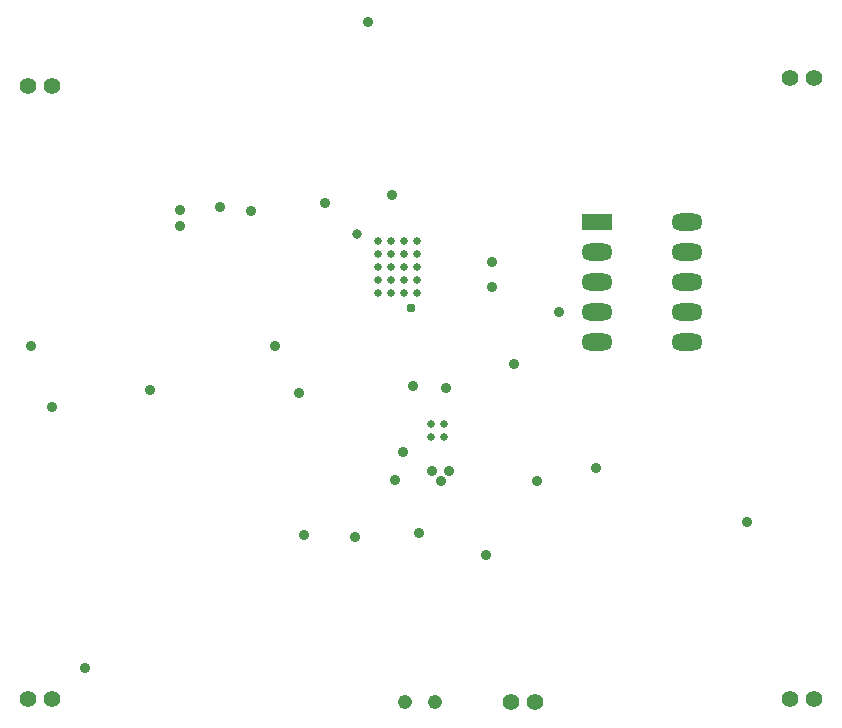
<source format=gbs>
G04 Layer_Color=16711935*
%FSLAX25Y25*%
%MOIN*%
G70*
G01*
G75*
%ADD64C,0.04757*%
%ADD65C,0.05600*%
%ADD66R,0.10443X0.05718*%
%ADD67O,0.10443X0.05718*%
%ADD68C,0.03600*%
%ADD69C,0.02569*%
%ADD70C,0.03200*%
%ADD71C,0.03100*%
D64*
X406000Y227000D02*
D03*
X396000D02*
D03*
D65*
X270626Y228000D02*
D03*
X278500D02*
D03*
X524500D02*
D03*
X532374D02*
D03*
X431500Y227000D02*
D03*
X439374D02*
D03*
X270626Y432500D02*
D03*
X278500D02*
D03*
X524500Y435000D02*
D03*
X532374D02*
D03*
D66*
X460000Y387000D02*
D03*
D67*
Y377000D02*
D03*
Y367000D02*
D03*
Y357000D02*
D03*
Y347000D02*
D03*
X490000Y387000D02*
D03*
Y377000D02*
D03*
Y367000D02*
D03*
Y357000D02*
D03*
Y347000D02*
D03*
D68*
X289500Y238500D02*
D03*
X362500Y282800D02*
D03*
X383865Y453665D02*
D03*
X321200Y391000D02*
D03*
X409953Y331800D02*
D03*
X432600Y339900D02*
D03*
X405200Y304000D02*
D03*
X392700Y301000D02*
D03*
X459700Y305200D02*
D03*
X395400Y310400D02*
D03*
X423200Y276000D02*
D03*
X407984Y300800D02*
D03*
X425300Y373800D02*
D03*
X440100Y300800D02*
D03*
X321200Y385800D02*
D03*
X391800Y396200D02*
D03*
X425300Y365500D02*
D03*
X271500Y345900D02*
D03*
X352900D02*
D03*
X379432Y282032D02*
D03*
X311000Y331000D02*
D03*
X369600Y393500D02*
D03*
X278600Y325500D02*
D03*
X360700Y330000D02*
D03*
X447479Y357000D02*
D03*
X400900Y283500D02*
D03*
X410700Y304000D02*
D03*
X344900Y390800D02*
D03*
X334500Y392000D02*
D03*
X398700Y332500D02*
D03*
X510000Y287000D02*
D03*
D69*
X409165Y315335D02*
D03*
X404835D02*
D03*
X409165Y319665D02*
D03*
X404835D02*
D03*
X387004Y380661D02*
D03*
X391335D02*
D03*
X395665D02*
D03*
X399996D02*
D03*
X387004Y376331D02*
D03*
X391335D02*
D03*
X395665D02*
D03*
X399996D02*
D03*
X387004Y372000D02*
D03*
X391335D02*
D03*
X395665D02*
D03*
X399996D02*
D03*
X387004Y367669D02*
D03*
X391335D02*
D03*
X395665D02*
D03*
X399996D02*
D03*
X387004Y363339D02*
D03*
X391335D02*
D03*
X395665D02*
D03*
X399996D02*
D03*
D70*
X380100Y383200D02*
D03*
D71*
X398000Y358500D02*
D03*
M02*

</source>
